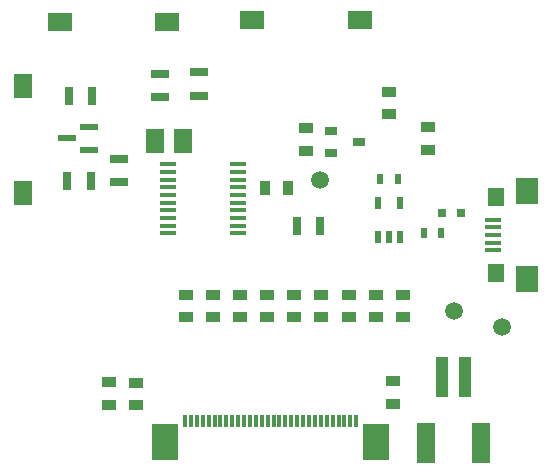
<source format=gtp>
G04 Layer_Color=8421504*
%FSAX25Y25*%
%MOIN*%
G70*
G01*
G75*
%ADD10R,0.05906X0.07874*%
%ADD11R,0.05512X0.01772*%
%ADD12R,0.05906X0.03150*%
%ADD13R,0.03150X0.05906*%
%ADD14R,0.06102X0.02165*%
%ADD15R,0.06299X0.08307*%
%ADD16R,0.08307X0.06299*%
%ADD17C,0.05906*%
%ADD18R,0.03937X0.02559*%
%ADD19R,0.05118X0.03543*%
%ADD20R,0.03543X0.05118*%
%ADD21R,0.07480X0.09055*%
%ADD22R,0.05512X0.06299*%
%ADD24R,0.05512X0.01575*%
%ADD25R,0.02362X0.03543*%
%ADD26R,0.02362X0.04134*%
%ADD27R,0.03150X0.03150*%
%ADD28R,0.05906X0.13386*%
%ADD29R,0.03937X0.13780*%
%ADD30R,0.09055X0.12205*%
%ADD31R,0.01181X0.04331*%
D10*
X0340158Y0365158D02*
D03*
X0349606D02*
D03*
D11*
X0344685Y0357382D02*
D03*
Y0354823D02*
D03*
Y0352264D02*
D03*
Y0349705D02*
D03*
Y0347146D02*
D03*
Y0344587D02*
D03*
Y0342028D02*
D03*
Y0339469D02*
D03*
Y0336910D02*
D03*
Y0334350D02*
D03*
X0367913Y0357382D02*
D03*
Y0354823D02*
D03*
Y0352264D02*
D03*
Y0349705D02*
D03*
Y0347146D02*
D03*
Y0344587D02*
D03*
Y0342028D02*
D03*
Y0339469D02*
D03*
Y0336910D02*
D03*
Y0334350D02*
D03*
D12*
X0354724Y0387992D02*
D03*
Y0380118D02*
D03*
X0341732Y0379724D02*
D03*
Y0387598D02*
D03*
X0328346Y0351378D02*
D03*
Y0359252D02*
D03*
D13*
X0311024Y0351772D02*
D03*
X0318898D02*
D03*
X0319291Y0380118D02*
D03*
X0311417D02*
D03*
X0387402Y0336811D02*
D03*
X0395276D02*
D03*
D14*
X0310925Y0365945D02*
D03*
X0318209Y0369685D02*
D03*
Y0362205D02*
D03*
D15*
X0296063Y0383484D02*
D03*
Y0347618D02*
D03*
D16*
X0308445Y0404921D02*
D03*
X0344311D02*
D03*
X0408484Y0405315D02*
D03*
X0372618D02*
D03*
D17*
X0395276Y0352165D02*
D03*
X0455905Y0302953D02*
D03*
X0439764Y0308465D02*
D03*
D18*
X0408268Y0364764D02*
D03*
X0398819Y0361024D02*
D03*
Y0368504D02*
D03*
D19*
X0390551Y0369291D02*
D03*
Y0361811D02*
D03*
X0418110Y0381496D02*
D03*
Y0374016D02*
D03*
X0431102Y0369685D02*
D03*
Y0362205D02*
D03*
X0422835Y0313779D02*
D03*
Y0306299D02*
D03*
X0413779Y0313779D02*
D03*
Y0306299D02*
D03*
X0404724Y0313779D02*
D03*
Y0306299D02*
D03*
X0395669Y0313779D02*
D03*
Y0306299D02*
D03*
X0386614Y0313779D02*
D03*
Y0306299D02*
D03*
X0377559Y0313779D02*
D03*
Y0306299D02*
D03*
X0368504Y0313779D02*
D03*
Y0306299D02*
D03*
X0359449Y0306299D02*
D03*
Y0313779D02*
D03*
X0350394Y0306299D02*
D03*
Y0313779D02*
D03*
X0419685Y0285039D02*
D03*
Y0277559D02*
D03*
X0333858Y0276969D02*
D03*
Y0284449D02*
D03*
X0324803Y0277165D02*
D03*
Y0284646D02*
D03*
D20*
X0384449Y0349410D02*
D03*
X0376969D02*
D03*
D21*
X0464173Y0348524D02*
D03*
Y0318996D02*
D03*
D22*
X0453839Y0321161D02*
D03*
Y0346358D02*
D03*
D24*
X0452953Y0328642D02*
D03*
Y0331201D02*
D03*
Y0333760D02*
D03*
Y0336319D02*
D03*
Y0338878D02*
D03*
D25*
X0421063Y0352559D02*
D03*
X0415158D02*
D03*
X0429724Y0334449D02*
D03*
X0435630D02*
D03*
D26*
X0414370Y0344390D02*
D03*
X0421850D02*
D03*
Y0333169D02*
D03*
X0418110D02*
D03*
X0414370D02*
D03*
D27*
X0435827Y0341142D02*
D03*
X0442126D02*
D03*
D28*
X0430512Y0264567D02*
D03*
X0449016D02*
D03*
D29*
X0443701Y0286417D02*
D03*
X0435827D02*
D03*
D30*
X0413878Y0264764D02*
D03*
X0343602D02*
D03*
D31*
X0407283Y0271850D02*
D03*
X0405315D02*
D03*
X0403346D02*
D03*
X0401378D02*
D03*
X0399410D02*
D03*
X0397441D02*
D03*
X0395472D02*
D03*
X0393504D02*
D03*
X0391535D02*
D03*
X0389567D02*
D03*
X0387598D02*
D03*
X0385630D02*
D03*
X0383661D02*
D03*
X0381693D02*
D03*
X0379724D02*
D03*
X0377756D02*
D03*
X0375787D02*
D03*
X0373819D02*
D03*
X0371850D02*
D03*
X0369882D02*
D03*
X0367913D02*
D03*
X0365945D02*
D03*
X0363976D02*
D03*
X0362008D02*
D03*
X0360039D02*
D03*
X0358071D02*
D03*
X0356102D02*
D03*
X0354134D02*
D03*
X0352165D02*
D03*
X0350197D02*
D03*
M02*

</source>
